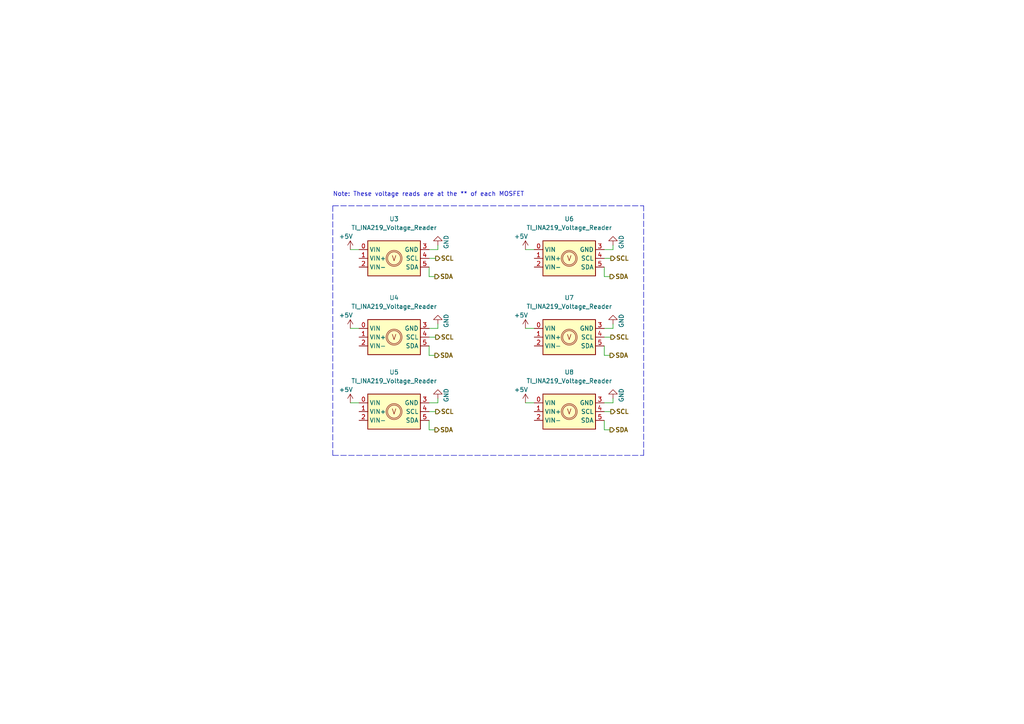
<source format=kicad_sch>
(kicad_sch (version 20211123) (generator eeschema)
  (paper "A4")
  (lib_symbols
    (symbol "Sensor_Voltage:TI_INA219_Voltage_Reader"
      (property "Reference" "U4" (at 0 1.27 0))
      (property "Value" "TI_INA219_Voltage_Reader" (at 0 -1.27 0))
      (symbol "TI_INA219_Voltage_Reader_0_0"
        (circle (center 0 -10.16) (radius 1.9))
        (circle (center 0 -10.16) (radius 2.2991))
        (text "V" (at 0 -10.16 0) (effects (font (size 1.5 1.5))))
      )
      (symbol "TI_INA219_Voltage_Reader_0_1"
        (rectangle (start 7.62 -15.24) (end -7.62 -5.08) (stroke (width 0.254)) (fill (type background)))
      )
      (symbol "TI_INA219_Voltage_Reader_1_1"
        (pin input line (at -10.16 -7.62 0) (length 2.54) (name "VIN") (number "0"))
        (pin input line (at -10.16 -10.16 0) (length 2.54) (name "VIN+") (number "1"))
        (pin input line (at -10.16 -12.7 0) (length 2.54) (name "VIN-") (number "2"))
        (pin input line (at 10.16 -7.62 180) (length 2.54) (name "GND") (number "3"))
        (pin input line (at 10.16 -10.16 180) (length 2.54) (name "SCL") (number "4"))
        (pin input line (at 10.16 -12.7 180) (length 2.54) (name "SDA") (number "5"))
      )
    )
    (symbol "power:+5V" (power) (pin_names (offset 0))
      (property "Value" "+5V" (at 0 3.556 0))
      (symbol "+5V_0_1"
        (polyline (pts (xy -0.762 1.27) (xy 0 2.54)))
        (polyline (pts (xy 0 0) (xy 0 2.54)))
        (polyline (pts (xy 0 2.54) (xy 0.762 1.27)))
      )
      (symbol "+5V_1_1"
        (pin power_in line (at 0 0 90) (length 0) hide (name "+5V") (number "1"))
      )
    )
    (symbol "power:GND" (power) (pin_names (offset 0))
      (property "Value" "GND" (at 0 -3.81 0))
      (symbol "GND_0_1"
        (polyline (pts (xy 0 0) (xy 0 -1.27) (xy 1.27 -1.27) (xy 0 -2.54) (xy -1.27 -1.27) (xy 0 -1.27)))
      )
      (symbol "GND_1_1"
        (pin power_in line (at 0 0 270) (length 0) hide (name "GND") (number "1"))
      )
    )
  )
  (polyline (pts (xy 186.69 132.08) (xy 186.69 59.69)))
  (polyline (pts (xy 96.52 59.69) (xy 96.52 132.08)))
  (wire (pts (xy 175.26 116.84) (xy 177.8 116.84)))
  (wire (pts (xy 124.46 77.47) (xy 124.46 80.2193)))
  (wire (pts (xy 124.46 124.6693) (xy 126.124 124.6693)))
  (polyline (pts (xy 96.52 132.08) (xy 186.69 132.08)))
  (wire (pts (xy 124.46 103.0793) (xy 126.124 103.0793)))
  (wire (pts (xy 124.46 95.25) (xy 127 95.25)))
  (wire (pts (xy 175.26 95.25) (xy 177.8 95.25)))
  (wire (pts (xy 124.46 116.84) (xy 127 116.84)))
  (wire (pts (xy 175.26 77.47) (xy 175.26 80.2193)))
  (wire (pts (xy 175.26 72.39) (xy 177.8 72.39)))
  (wire (pts (xy 124.46 119.38) (xy 126.3469 119.38)))
  (wire (pts (xy 177.8 72.39) (xy 177.8 71.12)))
  (wire (pts (xy 124.46 97.79) (xy 126.3469 97.79)))
  (wire (pts (xy 127 95.25) (xy 127 93.98)))
  (wire (pts (xy 124.46 121.92) (xy 124.46 124.6693)))
  (wire (pts (xy 152.4 95.25) (xy 154.94 95.25)))
  (wire (pts (xy 177.8 116.84) (xy 177.8 115.57)))
  (wire (pts (xy 175.26 74.93) (xy 177.1469 74.93)))
  (wire (pts (xy 101.6 95.25) (xy 104.14 95.25)))
  (polyline (pts (xy 96.52 59.69) (xy 186.69 59.69)))
  (wire (pts (xy 175.26 119.38) (xy 177.1469 119.38)))
  (wire (pts (xy 124.46 100.33) (xy 124.46 103.0793)))
  (wire (pts (xy 124.46 72.39) (xy 127 72.39)))
  (wire (pts (xy 177.8 95.25) (xy 177.8 93.98)))
  (wire (pts (xy 175.26 80.2193) (xy 176.924 80.2193)))
  (wire (pts (xy 152.4 72.39) (xy 154.94 72.39)))
  (wire (pts (xy 175.26 100.33) (xy 175.26 103.0793)))
  (wire (pts (xy 101.6 72.39) (xy 104.14 72.39)))
  (wire (pts (xy 175.26 121.92) (xy 175.26 124.6693)))
  (wire (pts (xy 101.6 116.84) (xy 104.14 116.84)))
  (wire (pts (xy 124.46 80.2193) (xy 126.124 80.2193)))
  (wire (pts (xy 127 116.84) (xy 127 115.57)))
  (wire (pts (xy 175.26 97.79) (xy 177.1469 97.79)))
  (wire (pts (xy 124.46 74.93) (xy 126.3469 74.93)))
  (wire (pts (xy 175.26 103.0793) (xy 176.924 103.0793)))
  (wire (pts (xy 152.4 116.84) (xy 154.94 116.84)))
  (wire (pts (xy 175.26 124.6693) (xy 176.924 124.6693)))
  (wire (pts (xy 127 72.39) (xy 127 71.12)))
  (text "Note: These voltage reads are at the ** of each MOSFET" (at 96.52 57.15 0) (effects (font (size 1.27 1.27)) (justify left bottom)))
  (hierarchical_label "SDA" (shape output) (at 126.124 103.0793 0) (effects (font bold)))
  (hierarchical_label "SCL" (shape output) (at 126.3469 74.93 0) (effects (font bold)))
  (hierarchical_label "SDA" (shape output) (at 126.124 124.6693 0) (effects (font bold)))
  (hierarchical_label "SDA" (shape output) (at 176.924 124.6693 0) (effects (font bold)))
  (hierarchical_label "SCL" (shape output) (at 126.3469 97.79 0) (effects (font bold)))
  (hierarchical_label "SDA" (shape output) (at 126.124 80.2193 0) (effects (font bold)))
  (hierarchical_label "SCL" (shape output) (at 177.1469 74.93 0) (effects (font bold)))
  (hierarchical_label "SCL" (shape output) (at 177.1469 97.79 0) (effects (font bold)))
  (hierarchical_label "SCL" (shape output) (at 177.1469 119.38 0) (effects (font bold)))
  (hierarchical_label "SCL" (shape output) (at 126.3469 119.38 0) (effects (font bold)))
  (hierarchical_label "SDA" (shape output) (at 176.924 103.0793 0) (effects (font bold)))
  (hierarchical_label "SDA" (shape output) (at 176.924 80.2193 0) (effects (font bold)))
  (symbol (lib_id "power:+5V") (at 101.6 95.25 0) (unit 1)
    (property "Reference" "#PWR?" (effects hide))
    (property "Value" "+5V" (at 100.33 91.44 0))
  )
  (symbol (lib_id "power:+5V") (at 152.4 95.25 0) (unit 1)
    (property "Reference" "#PWR?" (effects hide))
    (property "Value" "+5V" (at 151.13 91.44 0))
  )
  (symbol (lib_id "power:GND") (at 127 71.12 180) (unit 1)
    (property "Reference" "#PWR?" (effects hide))
    (property "Value" "GND" (at 129.4325 72.2473 90) (effects (justify right)))
  )
  (symbol (lib_id "power:+5V") (at 101.6 72.39 0) (unit 1)
    (property "Reference" "#PWR?" (effects hide))
    (property "Value" "+5V" (at 100.33 68.58 0))
  )
  (symbol (lib_id "power:GND") (at 127 93.98 180) (unit 1)
    (property "Reference" "#PWR?" (effects hide))
    (property "Value" "GND" (at 129.4325 95.1073 90) (effects (justify right)))
  )
  (symbol (lib_id "power:+5V") (at 152.4 116.84 0) (unit 1)
    (property "Reference" "#PWR?" (effects hide))
    (property "Value" "+5V" (at 151.13 113.03 0))
  )
  (symbol (lib_id "power:+5V") (at 152.4 72.39 0) (unit 1)
    (property "Reference" "#PWR?" (effects hide))
    (property "Value" "+5V" (at 151.13 68.58 0))
  )
  (symbol (lib_id "power:+5V") (at 101.6 116.84 0) (unit 1)
    (property "Reference" "#PWR?" (effects hide))
    (property "Value" "+5V" (at 100.33 113.03 0))
  )
  (symbol (lib_id "Sensor_Voltage:TI_INA219_Voltage_Reader") (at 114.3 64.77 0) (unit 1)
    (property "Reference" "U3" (at 114.3 63.5 0))
    (property "Value" "TI_INA219_Voltage_Reader" (at 114.3 66.04 0))
    (property "Footprint" "Sensor_Voltage:INA219" (effects hide))
    (property "Datasheet" "https://www.adafruit.com/product/904" (effects hide))
  )
  (symbol (lib_id "power:GND") (at 127 115.57 180) (unit 1)
    (property "Reference" "#PWR?" (effects hide))
    (property "Value" "GND" (at 129.4325 116.6973 90) (effects (justify right)))
  )
  (symbol (lib_id "Sensor_Voltage:TI_INA219_Voltage_Reader") (at 165.1 109.22 0) (unit 1)
    (property "Reference" "U8" (at 165.1 107.95 0))
    (property "Value" "TI_INA219_Voltage_Reader" (at 165.1 110.49 0))
    (property "Footprint" "Sensor_Voltage:INA219" (effects hide))
    (property "Datasheet" "https://www.adafruit.com/product/904" (effects hide))
  )
  (symbol (lib_id "Sensor_Voltage:TI_INA219_Voltage_Reader") (at 114.3 109.22 0) (unit 1)
    (property "Reference" "U5" (at 114.3 107.95 0))
    (property "Value" "TI_INA219_Voltage_Reader" (at 114.3 110.49 0))
    (property "Footprint" "Sensor_Voltage:INA219" (effects hide))
    (property "Datasheet" "https://www.adafruit.com/product/904" (effects hide))
  )
  (symbol (lib_id "Sensor_Voltage:TI_INA219_Voltage_Reader") (at 165.1 87.63 0) (unit 1)
    (property "Reference" "U7" (at 165.1 86.36 0))
    (property "Value" "TI_INA219_Voltage_Reader" (at 165.1 88.9 0))
    (property "Footprint" "Sensor_Voltage:INA219" (effects hide))
    (property "Datasheet" "https://www.adafruit.com/product/904" (effects hide))
  )
  (symbol (lib_id "power:GND") (at 177.8 93.98 180) (unit 1)
    (property "Reference" "#PWR?" (effects hide))
    (property "Value" "GND" (at 180.2325 95.1073 90) (effects (justify right)))
  )
  (symbol (lib_id "power:GND") (at 177.8 115.57 180) (unit 1)
    (property "Reference" "#PWR?" (effects hide))
    (property "Value" "GND" (at 180.2325 116.6973 90) (effects (justify right)))
  )
  (symbol (lib_id "Sensor_Voltage:TI_INA219_Voltage_Reader") (at 114.3 87.63 0) (unit 1)
    (property "Reference" "U4" (at 114.3 86.36 0))
    (property "Value" "TI_INA219_Voltage_Reader" (at 114.3 88.9 0))
    (property "Footprint" "Sensor_Voltage:INA219" (effects hide))
    (property "Datasheet" "https://www.adafruit.com/product/904" (effects hide))
  )
  (symbol (lib_id "Sensor_Voltage:TI_INA219_Voltage_Reader") (at 165.1 64.77 0) (unit 1)
    (property "Reference" "U6" (at 165.1 63.5 0))
    (property "Value" "TI_INA219_Voltage_Reader" (at 165.1 66.04 0))
    (property "Footprint" "Sensor_Voltage:INA219" (effects hide))
    (property "Datasheet" "https://www.adafruit.com/product/904" (effects hide))
  )
  (symbol (lib_id "power:GND") (at 177.8 71.12 180) (unit 1)
    (property "Reference" "#PWR?" (effects hide))
    (property "Value" "GND" (at 180.2325 72.2473 90) (effects (justify right)))
  )
)
</source>
